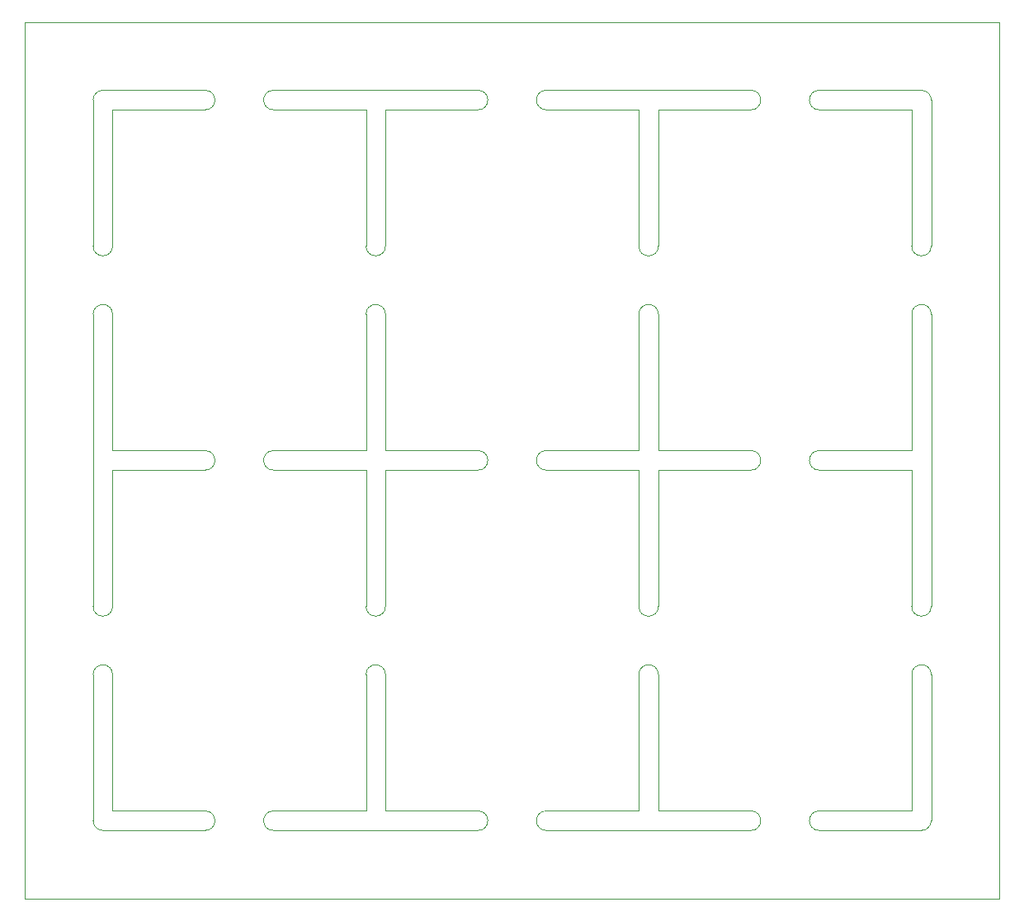
<source format=gm1>
G04 #@! TF.GenerationSoftware,KiCad,Pcbnew,8.0.8*
G04 #@! TF.CreationDate,2025-02-10T00:15:01+01:00*
G04 #@! TF.ProjectId,opl3module,6f706c33-6d6f-4647-956c-652e6b696361,1.2*
G04 #@! TF.SameCoordinates,Original*
G04 #@! TF.FileFunction,Profile,NP*
%FSLAX46Y46*%
G04 Gerber Fmt 4.6, Leading zero omitted, Abs format (unit mm)*
G04 Created by KiCad (PCBNEW 8.0.8) date 2025-02-10 00:15:01*
%MOMM*%
%LPD*%
G01*
G04 APERTURE LIST*
G04 #@! TA.AperFunction,Profile*
%ADD10C,0.100000*%
G04 #@! TD*
G04 APERTURE END LIST*
D10*
X53500000Y-81000000D02*
X63000000Y-81000000D01*
X7000000Y-67000000D02*
X7000000Y-82000000D01*
X18500000Y-7000000D02*
X8000000Y-7000000D01*
X65000000Y-9000000D02*
X74500000Y-9000000D01*
X100000000Y0D02*
X100000000Y-90000000D01*
X81500000Y-46000000D02*
X91000000Y-46000000D01*
X8000000Y-83000000D02*
X18500000Y-83000000D01*
X93000000Y-82000000D02*
X93000000Y-67000000D01*
X65000000Y-60000000D02*
X65000000Y-46000000D01*
X100000000Y-90000000D02*
X0Y-90000000D01*
X25500000Y-44000000D02*
X35000000Y-44000000D01*
X74500000Y-44000000D02*
X65000000Y-44000000D01*
X37000000Y-67000000D02*
X37000000Y-81000000D01*
X91000000Y-67000000D02*
X91000000Y-81000000D01*
X9000000Y-46000000D02*
X18500000Y-46000000D01*
X93000000Y-60000000D02*
X93000000Y-30000000D01*
X65000000Y-46000000D02*
X74500000Y-46000000D01*
X37000000Y-60000000D02*
X37000000Y-46000000D01*
X63000000Y-46000000D02*
X63000000Y-60000000D01*
X65000000Y-67000000D02*
X65000000Y-81000000D01*
X74500000Y-7000000D02*
X53500000Y-7000000D01*
X46500000Y-81000000D02*
X37000000Y-81000000D01*
X53500000Y-46000000D02*
X63000000Y-46000000D01*
X63000000Y-67000000D02*
X63000000Y-81000000D01*
X25500000Y-46000000D02*
X35000000Y-46000000D01*
X63000000Y-9000000D02*
X63000000Y-23000000D01*
X7000000Y-8000000D02*
X7000000Y-23000000D01*
X81500000Y-81000000D02*
X91000000Y-81000000D01*
X37000000Y-46000000D02*
X46500000Y-46000000D01*
X35000000Y-9000000D02*
X35000000Y-23000000D01*
X18500000Y-81000000D02*
X9000000Y-81000000D01*
X35000000Y-30000000D02*
X35000000Y-44000000D01*
X37000000Y-9000000D02*
X46500000Y-9000000D01*
X91000000Y-30000000D02*
X91000000Y-44000000D01*
X74500000Y-81000000D02*
X65000000Y-81000000D01*
X35000000Y-46000000D02*
X35000000Y-60000000D01*
X81500000Y-44000000D02*
X91000000Y-44000000D01*
X63000000Y-30000000D02*
X63000000Y-44000000D01*
X65000000Y-30000000D02*
X65000000Y-44000000D01*
X25500000Y-81000000D02*
X35000000Y-81000000D01*
X46500000Y-7000000D02*
X25500000Y-7000000D01*
X92000000Y-7000000D02*
X81500000Y-7000000D01*
X53500000Y-83000000D02*
X74500000Y-83000000D01*
X81500000Y-83000000D02*
X92000000Y-83000000D01*
X91000000Y-9000000D02*
X91000000Y-23000000D01*
X53500000Y-44000000D02*
X63000000Y-44000000D01*
X18500000Y-44000000D02*
X9000000Y-44000000D01*
X91000000Y-46000000D02*
X91000000Y-60000000D01*
X25500000Y-9000000D02*
X35000000Y-9000000D01*
X37000000Y-23000000D02*
X37000000Y-9000000D01*
X93000000Y-23000000D02*
X93000000Y-8000000D01*
X53500000Y-9000000D02*
X63000000Y-9000000D01*
X9000000Y-60000000D02*
X9000000Y-46000000D01*
X37000000Y-30000000D02*
X37000000Y-44000000D01*
X9000000Y-9000000D02*
X18500000Y-9000000D01*
X25500000Y-83000000D02*
X46500000Y-83000000D01*
X0Y0D02*
X0Y-90000000D01*
X46500000Y-44000000D02*
X37000000Y-44000000D01*
X9000000Y-30000000D02*
X9000000Y-44000000D01*
X65000000Y-23000000D02*
X65000000Y-9000000D01*
X35000000Y-67000000D02*
X35000000Y-81000000D01*
X9000000Y-67000000D02*
X9000000Y-81000000D01*
X100000000Y0D02*
X0Y0D01*
X81500000Y-9000000D02*
X91000000Y-9000000D01*
X7000000Y-30000000D02*
X7000000Y-60000000D01*
X9000000Y-23000000D02*
X9000000Y-9000000D01*
X93000000Y-82000000D02*
G75*
G02*
X92000000Y-83000000I-1000000J0D01*
G01*
X91000000Y-30000000D02*
G75*
G02*
X93000000Y-30000000I1000000J0D01*
G01*
X93000000Y-23000000D02*
G75*
G02*
X91000000Y-23000000I-1000000J0D01*
G01*
X74500000Y-81000000D02*
G75*
G02*
X74500000Y-83000000I0J-1000000D01*
G01*
X81500000Y-83000000D02*
G75*
G02*
X81500000Y-81000000I0J1000000D01*
G01*
X63000000Y-67000000D02*
G75*
G02*
X65000000Y-67000000I1000000J0D01*
G01*
X65000000Y-60000000D02*
G75*
G02*
X63000000Y-60000000I-1000000J0D01*
G01*
X74500000Y-7000000D02*
G75*
G02*
X74500000Y-9000000I0J-1000000D01*
G01*
X81500000Y-9000000D02*
G75*
G02*
X81500000Y-7000000I0J1000000D01*
G01*
X7000000Y-67000000D02*
G75*
G02*
X9000000Y-67000000I1000000J0D01*
G01*
X9000000Y-60000000D02*
G75*
G02*
X7000000Y-60000000I-1000000J0D01*
G01*
X8000000Y-83000000D02*
G75*
G02*
X7000000Y-82000000I0J1000000D01*
G01*
X18500000Y-44000000D02*
G75*
G02*
X18500000Y-46000000I0J-1000000D01*
G01*
X25500000Y-46000000D02*
G75*
G02*
X25500000Y-44000000I0J1000000D01*
G01*
X35000000Y-30000000D02*
G75*
G02*
X37000000Y-30000000I1000000J0D01*
G01*
X37000000Y-23000000D02*
G75*
G02*
X35000000Y-23000000I-1000000J0D01*
G01*
X46500000Y-44000000D02*
G75*
G02*
X46500000Y-46000000I0J-1000000D01*
G01*
X53500000Y-46000000D02*
G75*
G02*
X53500000Y-44000000I0J1000000D01*
G01*
X92000000Y-7000000D02*
G75*
G02*
X93000000Y-8000000I0J-1000000D01*
G01*
X7000000Y-30000000D02*
G75*
G02*
X9000000Y-30000000I1000000J0D01*
G01*
X9000000Y-23000000D02*
G75*
G02*
X7000000Y-23000000I-1000000J0D01*
G01*
X74500000Y-44000000D02*
G75*
G02*
X74500000Y-46000000I0J-1000000D01*
G01*
X81500000Y-46000000D02*
G75*
G02*
X81500000Y-44000000I0J1000000D01*
G01*
X91000000Y-67000000D02*
G75*
G02*
X93000000Y-67000000I1000000J0D01*
G01*
X93000000Y-60000000D02*
G75*
G02*
X91000000Y-60000000I-1000000J0D01*
G01*
X7000000Y-8000000D02*
G75*
G02*
X8000000Y-7000000I1000000J0D01*
G01*
X35000000Y-67000000D02*
G75*
G02*
X37000000Y-67000000I1000000J0D01*
G01*
X37000000Y-60000000D02*
G75*
G02*
X35000000Y-60000000I-1000000J0D01*
G01*
X46500000Y-7000000D02*
G75*
G02*
X46500000Y-9000000I0J-1000000D01*
G01*
X53500000Y-9000000D02*
G75*
G02*
X53500000Y-7000000I0J1000000D01*
G01*
X18500000Y-7000000D02*
G75*
G02*
X18500000Y-9000000I0J-1000000D01*
G01*
X25500000Y-9000000D02*
G75*
G02*
X25500000Y-7000000I0J1000000D01*
G01*
X18500000Y-81000000D02*
G75*
G02*
X18500000Y-83000000I0J-1000000D01*
G01*
X25500000Y-83000000D02*
G75*
G02*
X25500000Y-81000000I0J1000000D01*
G01*
X46500000Y-81000000D02*
G75*
G02*
X46500000Y-83000000I0J-1000000D01*
G01*
X53500000Y-83000000D02*
G75*
G02*
X53500000Y-81000000I0J1000000D01*
G01*
X63000000Y-30000000D02*
G75*
G02*
X65000000Y-30000000I1000000J0D01*
G01*
X65000000Y-23000000D02*
G75*
G02*
X63000000Y-23000000I-1000000J0D01*
G01*
M02*

</source>
